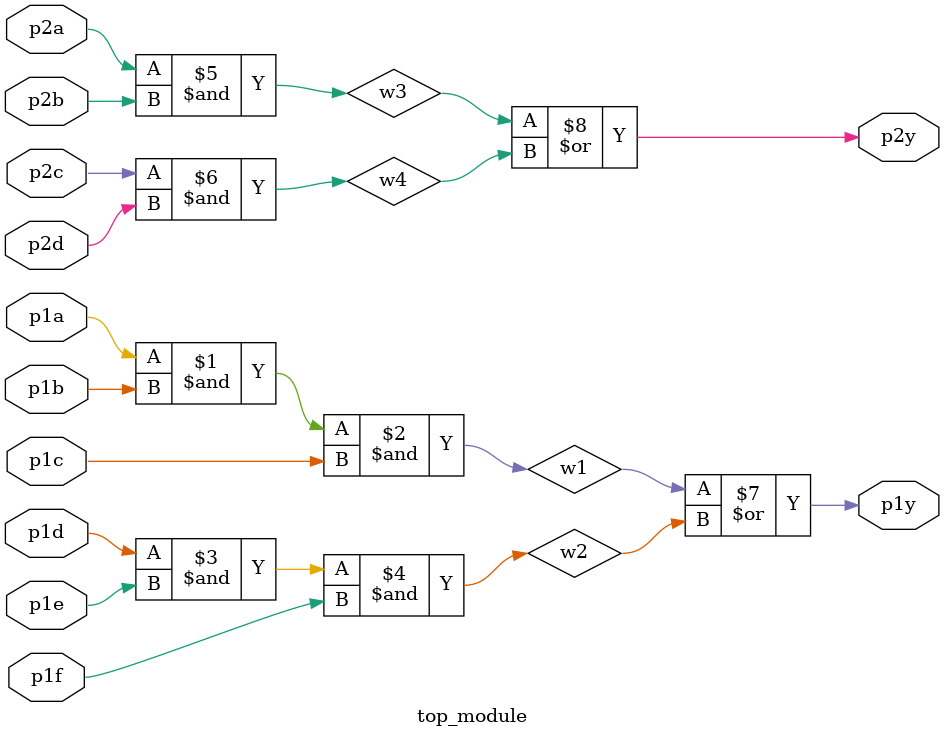
<source format=v>
module top_module ( 
    input p1a, p1b, p1c, p1d, p1e, p1f,
    output p1y,
    input p2a, p2b, p2c, p2d,
    output p2y
);

    wire w1, w2, w3, w4;

    assign w1 = p1a & p1b & p1c;
    assign w2 = p1d & p1e & p1f;
    
    assign w3 = p2a & p2b;
    assign w4 = p2c & p2d;

    assign p1y = w1 | w2;
    assign p2y = w3 | w4;

endmodule

</source>
